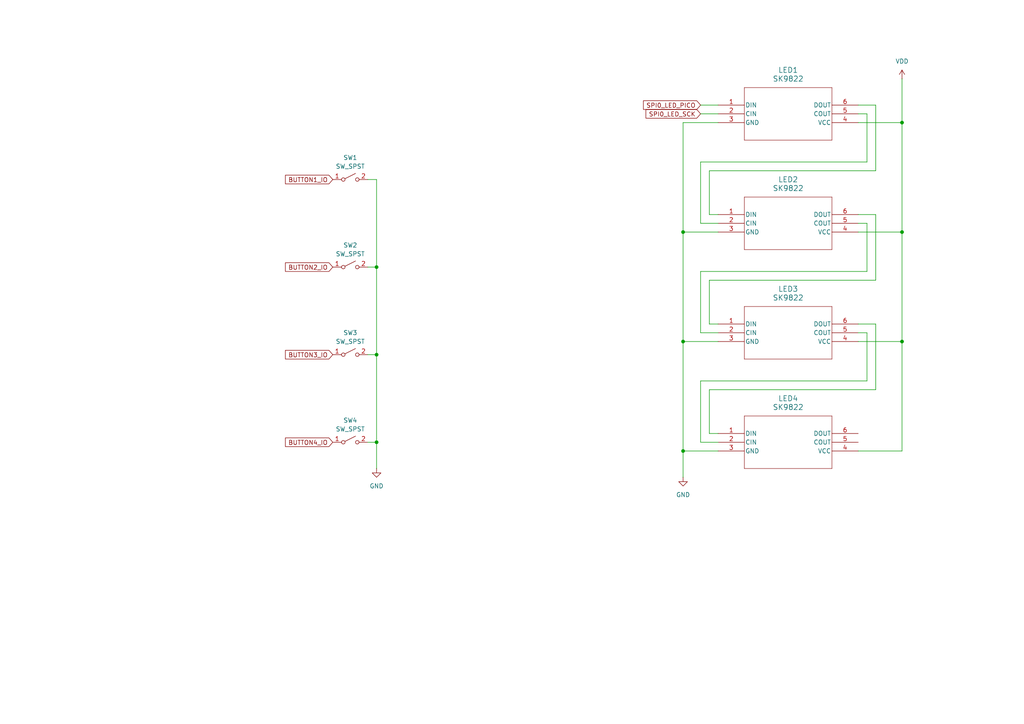
<source format=kicad_sch>
(kicad_sch (version 20250114) (generator "eeschema") (generator_version "9.0")
  (paper "A4")
  (lib_symbols
    (symbol "ELEC327-Kicad:BL-HBGR32L-3-TRB-8" (pin_names (offset 0.254))
      (property "Reference" "LED" (at 20.32 10.16 0))
      (property "Value" "BL-HBGR32L-3-TRB-8" (at 20.32 7.62 0))
      (symbol "BL-HBGR32L-3-TRB-8_0_1"
        (polyline (pts (xy 7.62 5.08) (xy 7.62 -10.16)) (stroke (width 0.127)))
        (polyline (pts (xy 7.62 -10.16) (xy 33.02 -10.16)) (stroke (width 0.127)))
        (polyline (pts (xy 33.02 5.08) (xy 7.62 5.08)) (stroke (width 0.127)))
        (polyline (pts (xy 33.02 -10.16) (xy 33.02 5.08)) (stroke (width 0.127)))
        (pin input line (at 0 0 0) (length 7.62) (name "DIN") (number "1"))
        (pin input line (at 0 -2.54 0) (length 7.62) (name "CIN") (number "2"))
        (pin power_out line (at 0 -5.08 0) (length 7.62) (name "GND") (number "3"))
        (pin output line (at 40.64 0 180) (length 7.62) (name "DOUT") (number "6"))
        (pin output line (at 40.64 -2.54 180) (length 7.62) (name "COUT") (number "5"))
        (pin power_in line (at 40.64 -5.08 180) (length 7.62) (name "VCC") (number "4"))
      )
    )
    (symbol "Switch:SW_SPST" (pin_names (offset 0) (hide yes))
      (property "Reference" "SW" (at 0 3.175 0))
      (property "Value" "SW_SPST" (at 0 -2.54 0))
      (symbol "SW_SPST_0_0"
        (circle (center -2.032 0) (radius 0.508))
        (polyline (pts (xy -1.524 0.254) (xy 1.524 1.778)))
        (circle (center 2.032 0) (radius 0.508))
      )
      (symbol "SW_SPST_1_1"
        (pin passive line (at -5.08 0 0) (length 2.54) (name "A") (number "1"))
        (pin passive line (at 5.08 0 180) (length 2.54) (name "B") (number "2"))
      )
    )
    (symbol "power:GND" (power) (pin_numbers (hide yes)) (pin_names (offset 0) (hide yes))
      (property "Value" "GND" (at 0 -3.81 0))
      (symbol "GND_0_1"
        (polyline (pts (xy 0 0) (xy 0 -1.27) (xy 1.27 -1.27) (xy 0 -2.54) (xy -1.27 -1.27) (xy 0 -1.27)))
      )
      (symbol "GND_1_1"
        (pin power_in line (at 0 0 270) (length 0) (name "~") (number "1"))
      )
    )
    (symbol "power:VDD" (power) (pin_numbers (hide yes)) (pin_names (offset 0) (hide yes))
      (property "Value" "VDD" (at 0 3.556 0))
      (symbol "VDD_0_1"
        (polyline (pts (xy -0.762 1.27) (xy 0 2.54)))
        (polyline (pts (xy 0 2.54) (xy 0.762 1.27)))
        (polyline (pts (xy 0 0) (xy 0 2.54)))
      )
      (symbol "VDD_1_1"
        (pin power_in line (at 0 0 90) (length 0) (name "~") (number "1"))
      )
    )
  )
  (junction (at 261.62 99.06))
  (junction (at 261.62 35.56))
  (junction (at 198.12 130.81))
  (junction (at 261.62 67.31))
  (junction (at 109.22 77.47))
  (junction (at 109.22 128.27))
  (junction (at 109.22 102.87))
  (junction (at 198.12 67.31))
  (junction (at 198.12 99.06))
  (wire (pts (xy 106.68 102.87) (xy 109.22 102.87)))
  (wire (pts (xy 198.12 67.31) (xy 198.12 35.56)))
  (wire (pts (xy 254 30.48) (xy 254 49.53)))
  (wire (pts (xy 205.74 113.03) (xy 205.74 125.73)))
  (wire (pts (xy 203.2 33.02) (xy 208.28 33.02)))
  (wire (pts (xy 261.62 99.06) (xy 261.62 130.81)))
  (wire (pts (xy 248.92 30.48) (xy 254 30.48)))
  (wire (pts (xy 203.2 78.74) (xy 251.46 78.74)))
  (wire (pts (xy 198.12 130.81) (xy 198.12 138.43)))
  (wire (pts (xy 109.22 77.47) (xy 109.22 102.87)))
  (wire (pts (xy 251.46 96.52) (xy 248.92 96.52)))
  (wire (pts (xy 254 81.28) (xy 205.74 81.28)))
  (wire (pts (xy 261.62 67.31) (xy 261.62 99.06)))
  (wire (pts (xy 254 49.53) (xy 205.74 49.53)))
  (wire (pts (xy 261.62 99.06) (xy 248.92 99.06)))
  (wire (pts (xy 251.46 78.74) (xy 251.46 64.77)))
  (wire (pts (xy 261.62 130.81) (xy 248.92 130.81)))
  (wire (pts (xy 208.28 96.52) (xy 203.2 96.52)))
  (wire (pts (xy 109.22 128.27) (xy 109.22 135.89)))
  (wire (pts (xy 208.28 130.81) (xy 198.12 130.81)))
  (wire (pts (xy 254 62.23) (xy 254 81.28)))
  (wire (pts (xy 251.46 46.99) (xy 251.46 33.02)))
  (wire (pts (xy 205.74 93.98) (xy 208.28 93.98)))
  (wire (pts (xy 203.2 46.99) (xy 251.46 46.99)))
  (wire (pts (xy 261.62 22.86) (xy 261.62 35.56)))
  (wire (pts (xy 208.28 128.27) (xy 203.2 128.27)))
  (wire (pts (xy 203.2 64.77) (xy 203.2 46.99)))
  (wire (pts (xy 198.12 67.31) (xy 208.28 67.31)))
  (wire (pts (xy 198.12 99.06) (xy 208.28 99.06)))
  (wire (pts (xy 261.62 35.56) (xy 261.62 67.31)))
  (wire (pts (xy 261.62 67.31) (xy 248.92 67.31)))
  (wire (pts (xy 251.46 64.77) (xy 248.92 64.77)))
  (wire (pts (xy 254 93.98) (xy 254 113.03)))
  (wire (pts (xy 106.68 52.07) (xy 109.22 52.07)))
  (wire (pts (xy 203.2 30.48) (xy 208.28 30.48)))
  (wire (pts (xy 198.12 130.81) (xy 198.12 99.06)))
  (wire (pts (xy 106.68 128.27) (xy 109.22 128.27)))
  (wire (pts (xy 203.2 96.52) (xy 203.2 78.74)))
  (wire (pts (xy 205.74 125.73) (xy 208.28 125.73)))
  (wire (pts (xy 254 113.03) (xy 205.74 113.03)))
  (wire (pts (xy 198.12 35.56) (xy 208.28 35.56)))
  (wire (pts (xy 205.74 49.53) (xy 205.74 62.23)))
  (wire (pts (xy 248.92 93.98) (xy 254 93.98)))
  (wire (pts (xy 109.22 102.87) (xy 109.22 128.27)))
  (wire (pts (xy 248.92 62.23) (xy 254 62.23)))
  (wire (pts (xy 109.22 52.07) (xy 109.22 77.47)))
  (wire (pts (xy 205.74 81.28) (xy 205.74 93.98)))
  (wire (pts (xy 251.46 33.02) (xy 248.92 33.02)))
  (wire (pts (xy 205.74 62.23) (xy 208.28 62.23)))
  (wire (pts (xy 203.2 128.27) (xy 203.2 110.49)))
  (wire (pts (xy 208.28 64.77) (xy 203.2 64.77)))
  (wire (pts (xy 106.68 77.47) (xy 109.22 77.47)))
  (wire (pts (xy 203.2 110.49) (xy 251.46 110.49)))
  (wire (pts (xy 251.46 110.49) (xy 251.46 96.52)))
  (wire (pts (xy 198.12 99.06) (xy 198.12 67.31)))
  (wire (pts (xy 248.92 35.56) (xy 261.62 35.56)))
  (global_label "SPI0_LED_SCK" (shape input) (at 203.2 33.02 180) (property "Intersheetrefs" "${INTERSHEET_REFS}" (effects (hide yes))))
  (global_label "BUTTON3_IO" (shape input) (at 96.52 102.87 180) (property "Intersheetrefs" "${INTERSHEET_REFS}" (effects (hide yes))))
  (global_label "BUTTON1_IO" (shape input) (at 96.52 52.07 180) (property "Intersheetrefs" "${INTERSHEET_REFS}" (effects (hide yes))))
  (global_label "BUTTON4_IO" (shape input) (at 96.52 128.27 180) (property "Intersheetrefs" "${INTERSHEET_REFS}" (effects (hide yes))))
  (global_label "BUTTON2_IO" (shape input) (at 96.52 77.47 180) (property "Intersheetrefs" "${INTERSHEET_REFS}" (effects (hide yes))))
  (global_label "SPI0_LED_PICO" (shape input) (at 203.2 30.48 180) (property "Intersheetrefs" "${INTERSHEET_REFS}" (effects (hide yes))))
  (symbol (lib_id "ELEC327-Kicad:BL-HBGR32L-3-TRB-8") (at 208.28 125.73 0) (unit 1)
    (property "Reference" "LED4" (at 228.6 115.57 0) (effects (font (size 1.524 1.524))))
    (property "Value" "SK9822" (at 228.6 118.11 0) (effects (font (size 1.524 1.524))))
    (property "Footprint" "LED_SMD:LED_RGB_5050-6" (effects (hide yes)))
    (property "Datasheet" "https://www.digikey.be/htmldatasheets/production/1843597/0/0/1/sk9822.html" (effects (hide yes)))
    (property "LCSC Part #" "C2829089" (effects (hide yes)))
  )
  (symbol (lib_id "power:GND") (at 109.22 135.89 0) (unit 1)
    (property "Reference" "#PWR01" (effects (hide yes)))
    (property "Value" "GND" (at 109.22 140.97 0))
    (property "Description" "Power symbol creates a global label with name \"GND\" , ground" (effects (hide yes)))
  )
  (symbol (lib_id "power:GND") (at 198.12 138.43 0) (unit 1)
    (property "Reference" "#PWR014" (effects (hide yes)))
    (property "Value" "GND" (at 198.12 143.51 0))
    (property "Description" "Power symbol creates a global label with name \"GND\" , ground" (effects (hide yes)))
  )
  (symbol (lib_id "ELEC327-Kicad:BL-HBGR32L-3-TRB-8") (at 208.28 30.48 0) (unit 1)
    (property "Reference" "LED1" (at 228.6 20.32 0) (effects (font (size 1.524 1.524))))
    (property "Value" "SK9822" (at 228.6 22.86 0) (effects (font (size 1.524 1.524))))
    (property "Footprint" "LED_SMD:LED_RGB_5050-6" (effects (hide yes)))
    (property "Datasheet" "https://www.digikey.be/htmldatasheets/production/1843597/0/0/1/sk9822.html" (effects (hide yes)))
    (property "LCSC Part #" "C2829089" (effects (hide yes)))
  )
  (symbol (lib_id "ELEC327-Kicad:BL-HBGR32L-3-TRB-8") (at 208.28 93.98 0) (unit 1)
    (property "Reference" "LED3" (at 228.6 83.82 0) (effects (font (size 1.524 1.524))))
    (property "Value" "SK9822" (at 228.6 86.36 0) (effects (font (size 1.524 1.524))))
    (property "Footprint" "LED_SMD:LED_RGB_5050-6" (effects (hide yes)))
    (property "Datasheet" "https://www.digikey.be/htmldatasheets/production/1843597/0/0/1/sk9822.html" (effects (hide yes)))
    (property "LCSC Part #" "C2829089" (effects (hide yes)))
  )
  (symbol (lib_id "power:VDD") (at 261.62 22.86 0) (unit 1)
    (property "Reference" "#PWR013" (effects (hide yes)))
    (property "Value" "VDD" (at 261.62 17.78 0))
    (property "Description" "Power symbol creates a global label with name \"VDD\"" (effects (hide yes)))
  )
  (symbol (lib_id "Switch:SW_SPST") (at 101.6 77.47 0) (unit 1)
    (property "Reference" "SW2" (at 101.6 71.12 0))
    (property "Value" "SW_SPST" (at 101.6 73.66 0))
    (property "Footprint" "Button_Switch_SMD:SW_SPST_PTS647_Sx38" (effects (hide yes)))
    (property "Description" "Single Pole Single Throw (SPST) switch" (effects (hide yes)))
    (property "MPN" "C2799279" (effects (hide yes)))
    (property "LCSC Part #" "C2799279" (effects (hide yes)))
  )
  (symbol (lib_id "Switch:SW_SPST") (at 101.6 102.87 0) (unit 1)
    (property "Reference" "SW3" (at 101.6 96.52 0))
    (property "Value" "SW_SPST" (at 101.6 99.06 0))
    (property "Footprint" "Button_Switch_SMD:SW_SPST_PTS647_Sx38" (effects (hide yes)))
    (property "Description" "Single Pole Single Throw (SPST) switch" (effects (hide yes)))
    (property "MPN" "C2799279" (effects (hide yes)))
    (property "LCSC Part #" "C2799279" (effects (hide yes)))
  )
  (symbol (lib_id "Switch:SW_SPST") (at 101.6 52.07 0) (unit 1)
    (property "Reference" "SW1" (at 101.6 45.72 0))
    (property "Value" "SW_SPST" (at 101.6 48.26 0))
    (property "Footprint" "Button_Switch_SMD:SW_SPST_PTS647_Sx38" (effects (hide yes)))
    (property "Description" "Single Pole Single Throw (SPST) switch" (effects (hide yes)))
    (property "MPN" "C2799279" (effects (hide yes)))
    (property "LCSC Part #" "C2799279" (effects (hide yes)))
  )
  (symbol (lib_id "ELEC327-Kicad:BL-HBGR32L-3-TRB-8") (at 208.28 62.23 0) (unit 1)
    (property "Reference" "LED2" (at 228.6 52.07 0) (effects (font (size 1.524 1.524))))
    (property "Value" "SK9822" (at 228.6 54.61 0) (effects (font (size 1.524 1.524))))
    (property "Footprint" "LED_SMD:LED_RGB_5050-6" (effects (hide yes)))
    (property "Datasheet" "https://www.digikey.be/htmldatasheets/production/1843597/0/0/1/sk9822.html" (effects (hide yes)))
    (property "LCSC Part #" "C2829089" (effects (hide yes)))
  )
  (symbol (lib_id "Switch:SW_SPST") (at 101.6 128.27 0) (unit 1)
    (property "Reference" "SW4" (at 101.6 121.92 0))
    (property "Value" "SW_SPST" (at 101.6 124.46 0))
    (property "Footprint" "Button_Switch_SMD:SW_SPST_PTS647_Sx38" (effects (hide yes)))
    (property "Description" "Single Pole Single Throw (SPST) switch" (effects (hide yes)))
    (property "MPN" "C2799279" (effects (hide yes)))
    (property "LCSC Part #" "C2799279" (effects (hide yes)))
  )
)
</source>
